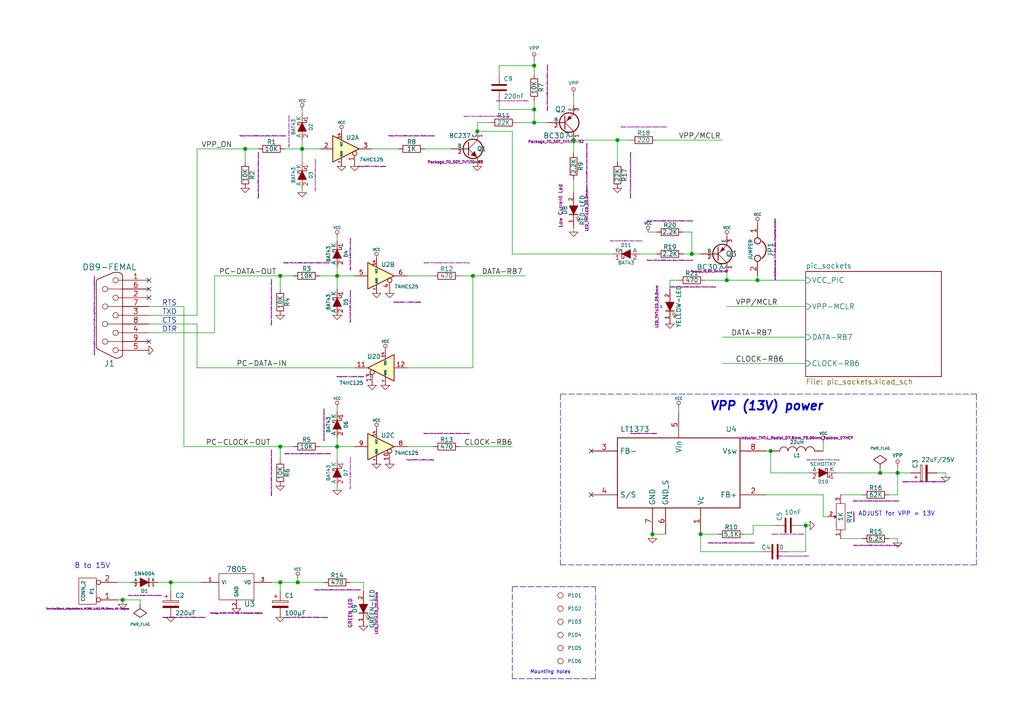
<source format=kicad_sch>
(kicad_sch (version 20211123) (generator eeschema)
  (paper "A4")
  (title_block (title "JDM - COM84 PIC Programmer with 13V DC/DC converter") (date "2022-07-16") (rev "2") (company "KiCad"))
  (lib_symbols
    (symbol "pic_programmer_schlib:74LS125" (pin_names (offset 0.254))
      (property "Reference" "U" (at 5.08 3.81 0))
      (property "Value" "74LS125" (at 7.62 -2.54 0))
      (symbol "74LS125_0_0"
        (pin power_in line (at -1.27 5.08 270) (length 2.54) (name "VCC") (number "14"))
        (pin power_in line (at -1.27 -5.08 90) (length 2.54) (name "GND") (number "7"))
      )
      (symbol "74LS125_1_0"
        (polyline (pts (xy -3.81 3.81) (xy -3.81 -3.81) (xy 3.81 0) (xy -3.81 3.81)) (stroke (width 0.254)) (fill (type background)))
        (pin input inverted (at 2.54 -5.08 90) (length 4.445) (name "~") (number "1"))
        (pin input line (at -7.62 0 0) (length 3.81) (name "~") (number "2"))
        (pin tri_state line (at 7.62 0 180) (length 3.81) (name "~") (number "3"))
      )
      (symbol "74LS125_2_0"
        (polyline (pts (xy -3.81 3.81) (xy -3.81 -3.81) (xy 3.81 0) (xy -3.81 3.81)) (stroke (width 0.254)) (fill (type background)))
        (pin input inverted (at 2.54 -5.08 90) (length 4.445) (name "~") (number "4"))
        (pin input line (at -7.62 0 0) (length 3.81) (name "~") (number "5"))
        (pin tri_state line (at 7.62 0 180) (length 3.81) (name "~") (number "6"))
      )
      (symbol "74LS125_3_0"
        (polyline (pts (xy -3.81 3.81) (xy -3.81 -3.81) (xy 3.81 0) (xy -3.81 3.81)) (stroke (width 0.254)) (fill (type background)))
        (pin input inverted (at 2.54 -5.08 90) (length 4.445) (name "~") (number "10"))
        (pin tri_state line (at 7.62 0 180) (length 3.81) (name "~") (number "8"))
        (pin input line (at -7.62 0 0) (length 3.81) (name "~") (number "9"))
      )
      (symbol "74LS125_4_0"
        (polyline (pts (xy -3.81 3.81) (xy -3.81 -3.81) (xy 3.81 0) (xy -3.81 3.81)) (stroke (width 0.254)) (fill (type background)))
        (pin tri_state line (at 7.62 0 180) (length 3.81) (name "~") (number "11"))
        (pin input line (at -7.62 0 0) (length 3.81) (name "~") (number "12"))
        (pin input inverted (at 2.54 -5.08 90) (length 4.445) (name "~") (number "13"))
      )
    )
    (symbol "pic_programmer_schlib:7805" (pin_names (offset 0.762))
      (property "Reference" "U" (at 3.81 -4.9784 0))
      (property "Value" "7805" (at 0 5.08 0))
      (symbol "7805_0_1"
        (rectangle (start -5.08 -3.81) (end 5.08 3.81))
      )
      (symbol "7805_1_1"
        (pin input line (at -10.16 1.27 0) (length 5.08) (name "VI") (number "1"))
        (pin input line (at 0 -6.35 90) (length 2.54) (name "GND") (number "2"))
        (pin power_out line (at 10.16 1.27 180) (length 5.08) (name "VO") (number "3"))
      )
    )
    (symbol "pic_programmer_schlib:BC237" (pin_names (offset 0))
      (property "Reference" "Q" (at 0 -3.81 0))
      (property "Value" "BC237" (at 0 3.81 0))
      (property "Footprint" "Package_TO_SOT_THT:TO-92" (at -2.54 -5.08 0))
      (symbol "BC237_0_1"
        (polyline (pts (xy 0 0) (xy 2.54 2.54)) (stroke (width 0.1524)))
        (polyline (pts (xy 0 1.905) (xy 0 -1.905) (xy 0 -1.905)) (stroke (width 0.254)))
        (polyline (pts (xy 1.27 -1.27) (xy 0 0) (xy 0 0)) (stroke (width 0.1524)))
        (polyline (pts (xy 2.286 -2.286) (xy 2.54 -2.54) (xy 2.54 -2.54)))
        (polyline (pts (xy 2.286 -2.286) (xy 1.778 -0.762) (xy 0.762 -1.778) (xy 2.286 -2.286) (xy 2.286 -2.286)) (fill (type outline)))
        (circle (center 1.27 0) (radius 2.8194) (stroke (width 0.3048)))
      )
      (symbol "BC237_1_1"
        (pin passive line (at 2.54 5.08 270) (length 2.54) (name "C") (number "1"))
        (pin input line (at -5.08 0 0) (length 5.08) (name "B") (number "2"))
        (pin passive line (at 2.54 -5.08 90) (length 2.54) (name "E") (number "3"))
      )
    )
    (symbol "pic_programmer_schlib:BC307" (pin_names (offset 0))
      (property "Reference" "Q" (at -1.27 -3.81 0))
      (property "Value" "BC307" (at 0 3.81 0))
      (property "Footprint" "Package_TO_SOT_THT:TO-92" (at -2.54 -5.08 0))
      (symbol "BC307_0_1"
        (polyline (pts (xy 0 0) (xy 2.54 2.54)) (stroke (width 0.1524)))
        (polyline (pts (xy 0 1.905) (xy 0 -1.905) (xy 0 -1.905)) (stroke (width 0.254)) (fill (type outline)))
        (polyline (pts (xy 0.635 -0.635) (xy 0 0) (xy 0 0)) (stroke (width 0.1524)))
        (polyline (pts (xy 2.54 -2.54) (xy 1.651 -1.651) (xy 1.651 -1.651)) (stroke (width 0.1524)))
        (polyline (pts (xy 0.635 -0.635) (xy 1.27 -1.905) (xy 1.905 -1.27) (xy 0.635 -0.635) (xy 0.635 -0.635)) (fill (type outline)))
        (circle (center 1.27 0) (radius 2.8194) (stroke (width 0.3048)))
      )
      (symbol "BC307_1_1"
        (pin passive line (at 2.54 5.08 270) (length 2.54) (name "C") (number "1"))
        (pin input line (at -5.08 0 0) (length 5.08) (name "B") (number "2"))
        (pin passive line (at 2.54 -5.08 90) (length 2.54) (name "E") (number "3"))
      )
    )
    (symbol "pic_programmer_schlib:C" (pin_numbers hide) (pin_names (offset 0.254))
      (property "Reference" "C" (at 0.635 2.54 0))
      (property "Value" "C" (at 0.635 -2.54 0))
      (symbol "C_0_1"
        (polyline (pts (xy -2.032 -0.762) (xy 2.032 -0.762)) (stroke (width 0.508)))
        (polyline (pts (xy -2.032 0.762) (xy 2.032 0.762)) (stroke (width 0.508)))
      )
      (symbol "C_1_1"
        (pin passive line (at 0 3.81 270) (length 2.794) (name "~") (number "1"))
        (pin passive line (at 0 -3.81 90) (length 2.794) (name "~") (number "2"))
      )
    )
    (symbol "pic_programmer_schlib:CONN_2" (pin_names (offset 1.016) hide)
      (property "Reference" "P" (at -1.27 0 90))
      (property "Value" "CONN_2" (at 1.27 0 90))
      (symbol "CONN_2_0_1"
        (rectangle (start -2.54 3.81) (end 2.54 -3.81))
      )
      (symbol "CONN_2_1_1"
        (pin passive inverted (at -8.89 2.54 0) (length 6.35) (name "P1") (number "1"))
        (pin passive inverted (at -8.89 -2.54 0) (length 6.35) (name "PM") (number "2"))
      )
    )
    (symbol "pic_programmer_schlib:CP" (pin_numbers hide) (pin_names (offset 0.254))
      (property "Reference" "C" (at 0.635 2.54 0))
      (property "Value" "CP" (at 0.635 -2.54 0))
      (symbol "CP_0_1"
        (rectangle (start -2.286 1.016) (end 2.286 0.508) (stroke (width 0.1524)))
        (rectangle (start -1.778 2.286) (end -0.762 2.286))
        (rectangle (start -1.27 1.778) (end -1.27 2.794))
        (rectangle (start 2.286 -0.508) (end -2.286 -1.016) (fill (type outline)))
      )
      (symbol "CP_1_1"
        (pin passive line (at 0 3.81 270) (length 2.794) (name "~") (number "1"))
        (pin passive line (at 0 -3.81 90) (length 2.794) (name "~") (number "2"))
      )
    )
    (symbol "pic_programmer_schlib:D" (pin_names (offset 0))
      (property "Reference" "D" (at 0 2.54 0))
      (property "Value" "D" (at 0 -2.54 0))
      (symbol "D_0_1"
        (polyline (pts (xy -1.27 1.27) (xy -1.27 -1.27)) (stroke (width 0.254)))
        (polyline (pts (xy -1.27 0) (xy 1.27 1.27) (xy 1.27 -1.27) (xy -1.27 0)) (stroke (width 0.1524)) (fill (type outline)))
      )
      (symbol "D_1_1"
        (pin passive line (at -3.81 0 0) (length 2.54) (name "K") (number "1"))
        (pin passive line (at 3.81 0 180) (length 2.54) (name "A") (number "2"))
      )
    )
    (symbol "pic_programmer_schlib:DB9" (pin_names (offset 1.016) hide)
      (property "Reference" "J" (at 0 13.97 0))
      (property "Value" "DB9" (at 0 -13.97 0))
      (symbol "DB9_0_1"
        (circle (center -1.778 -10.16) (radius 0.762))
        (circle (center -1.778 -5.08) (radius 0.762))
        (circle (center -1.778 0) (radius 0.762))
        (circle (center -1.778 5.08) (radius 0.762))
        (circle (center -1.778 10.16) (radius 0.762))
        (polyline (pts (xy -3.81 -11.684) (xy -3.81 11.684)) (stroke (width 0.2032)))
        (polyline (pts (xy -3.81 -11.6586) (xy -3.556 -11.938)) (stroke (width 0.2032)))
        (polyline (pts (xy -3.81 -10.16) (xy -2.54 -10.16)))
        (polyline (pts (xy -3.81 -7.62) (xy 0.508 -7.62)))
        (polyline (pts (xy -3.81 -5.08) (xy -2.54 -5.08)))
        (polyline (pts (xy -3.81 -2.54) (xy 0.508 -2.54)))
        (polyline (pts (xy -3.81 0) (xy -2.54 0)))
        (polyline (pts (xy -3.81 2.54) (xy 0.508 2.54)))
        (polyline (pts (xy -3.81 5.08) (xy -2.54 5.08)))
        (polyline (pts (xy -3.81 7.62) (xy 0.508 7.62)))
        (polyline (pts (xy -3.81 10.16) (xy -2.54 10.16)))
        (polyline (pts (xy -3.556 -11.938) (xy -2.794 -12.446)) (stroke (width 0.2032)))
        (polyline (pts (xy -3.556 11.938) (xy -3.81 11.684)) (stroke (width 0.2032)))
        (polyline (pts (xy -3.556 11.938) (xy -2.54 12.446)) (stroke (width 0.2032)))
        (polyline (pts (xy -2.794 -12.446) (xy -1.27 -12.446)) (stroke (width 0.2032)))
        (polyline (pts (xy -2.54 12.446) (xy -1.778 12.446)) (stroke (width 0.2032)))
        (polyline (pts (xy 3.2766 9.906) (xy -1.778 12.446)) (stroke (width 0.2032)))
        (polyline (pts (xy 3.2766 9.906) (xy 3.81 9.398)) (stroke (width 0.2032)))
        (polyline (pts (xy 3.556 -10.3886) (xy -1.27 -12.446)) (stroke (width 0.2032)))
        (polyline (pts (xy 3.81 -9.906) (xy 3.556 -10.3886)) (stroke (width 0.2032)))
        (polyline (pts (xy 3.81 9.398) (xy 3.81 -9.906)) (stroke (width 0.2032)))
        (circle (center 1.27 -7.62) (radius 0.762))
        (circle (center 1.27 -2.54) (radius 0.762))
        (circle (center 1.27 2.54) (radius 0.762))
        (circle (center 1.27 7.62) (radius 0.762))
      )
      (symbol "DB9_1_1"
        (pin passive line (at -11.43 -10.16 0) (length 7.62) (name "1") (number "1"))
        (pin passive line (at -11.43 -5.08 0) (length 7.62) (name "2") (number "2"))
        (pin passive line (at -11.43 0 0) (length 7.62) (name "3") (number "3"))
        (pin passive line (at -11.43 5.08 0) (length 7.62) (name "4") (number "4"))
        (pin passive line (at -11.43 10.16 0) (length 7.62) (name "5") (number "5"))
        (pin passive line (at -11.43 -7.62 0) (length 7.62) (name "P6") (number "6"))
        (pin passive line (at -11.43 -2.54 0) (length 7.62) (name "P7") (number "7"))
        (pin passive line (at -11.43 2.54 0) (length 7.62) (name "P8") (number "8"))
        (pin passive line (at -11.43 7.62 0) (length 7.62) (name "P9") (number "9"))
      )
    )
    (symbol "pic_programmer_schlib:D_Schottky" (pin_names (offset 0))
      (property "Reference" "D" (at 0 2.54 0))
      (property "Value" "D_Schottky" (at 0 -2.54 0))
      (symbol "D_Schottky_0_1"
        (polyline (pts (xy -1.27 0) (xy 1.27 1.27) (xy 1.27 -1.27) (xy -1.27 0)) (stroke (width 0.1524)) (fill (type outline)))
        (polyline (pts (xy -1.905 0.635) (xy -1.905 1.27) (xy -1.27 1.27) (xy -1.27 -1.27) (xy -0.635 -1.27) (xy -0.635 -0.635)) (stroke (width 0.2032)))
      )
      (symbol "D_Schottky_1_1"
        (pin passive line (at -3.81 0 0) (length 2.54) (name "K") (number "1"))
        (pin passive line (at 3.81 0 180) (length 2.54) (name "A") (number "2"))
      )
    )
    (symbol "pic_programmer_schlib:GND" (power) (pin_names (offset 0))
      (symbol "GND_0_1"
        (polyline (pts (xy -1.27 0) (xy 0 -1.27) (xy 1.27 0) (xy -1.27 0)))
      )
      (symbol "GND_1_1"
        (pin power_in line (at 0 0 90) (length 0) hide (name "GND") (number "1"))
      )
    )
    (symbol "pic_programmer_schlib:INDUCTOR" (pin_numbers hide) (pin_names (offset 1.016) hide)
      (property "Reference" "L" (at -1.27 0 90))
      (property "Value" "INDUCTOR" (at 2.54 0 90))
      (symbol "INDUCTOR_0_1"
        (arc (start 0.0254 -5.0546) (mid 1.245 -3.7973) (end 0.0254 -2.54) (stroke (width 0.2032)))
        (arc (start 0.0254 -2.5146) (mid 1.2704 -1.2319) (end 0.0254 0.0508) (stroke (width 0.2032)))
        (arc (start 0.0254 0.0254) (mid 1.2704 1.3081) (end 0.0254 2.5908) (stroke (width 0.2032)))
        (arc (start 0.0254 2.5654) (mid 1.1942 3.7719) (end 0.0254 4.9784) (stroke (width 0.2032)))
      )
      (symbol "INDUCTOR_1_1"
        (pin passive line (at 0 7.62 270) (length 2.54) (name "1") (number "1"))
        (pin passive line (at 0 -7.62 90) (length 2.54) (name "2") (number "2"))
      )
    )
    (symbol "pic_programmer_schlib:JUMPER" (pin_names (offset 0.762) hide)
      (property "Reference" "JP" (at 0 3.81 0))
      (property "Value" "JUMPER" (at 0 -2.032 0))
      (symbol "JUMPER_0_1"
        (circle (center -2.54 0) (radius 0.889) (stroke (width 0.254)))
        (arc (start 2.5146 1.27) (mid 0.0127 2.5097) (end -2.4892 1.27) (stroke (width 0.3048)))
        (circle (center 2.54 0) (radius 0.889) (stroke (width 0.254)))
        (pin passive line (at -7.62 0 0) (length 4.191) (name "1") (number "1"))
        (pin passive line (at 7.62 0 180) (length 4.191) (name "2") (number "2"))
      )
    )
    (symbol "pic_programmer_schlib:LED" (pin_names (offset 1.016) hide)
      (property "Reference" "D" (at 0 2.54 0))
      (property "Value" "LED" (at 0 -2.54 0))
      (symbol "LED_0_1"
        (polyline (pts (xy -1.27 1.27) (xy -1.27 -1.27)) (stroke (width 0.254)))
        (polyline (pts (xy -2.032 -0.635) (xy -3.175 -1.651) (xy -3.048 -1.016)))
        (polyline (pts (xy -1.651 -1.016) (xy -2.794 -2.032) (xy -2.667 -1.397)))
        (polyline (pts (xy -1.27 0) (xy 1.27 1.27) (xy 1.27 -1.27) (xy -1.27 0)) (stroke (width 0.1524)) (fill (type outline)))
      )
      (symbol "LED_1_1"
        (pin passive line (at -5.08 0 0) (length 3.81) (name "K") (number "1"))
        (pin passive line (at 5.08 0 180) (length 3.81) (name "A") (number "2"))
      )
    )
    (symbol "pic_programmer_schlib:LT1373" (pin_names (offset 0.762))
      (property "Reference" "U" (at 15.24 12.7 0))
      (property "Value" "LT1373" (at -12.7 12.7 0))
      (symbol "LT1373_0_1"
        (rectangle (start -17.78 -10.16) (end 17.78 10.16) (stroke (width 0.254)))
      )
      (symbol "LT1373_1_1"
        (pin input line (at 6.35 -17.78 90) (length 7.62) (name "Vc") (number "1"))
        (pin input line (at 25.4 -6.35 180) (length 7.62) (name "FB+") (number "2"))
        (pin passive line (at -25.4 6.35 0) (length 7.62) (name "FB-") (number "3"))
        (pin passive line (at -25.4 -6.35 0) (length 7.62) (name "S/S") (number "4"))
        (pin power_in line (at 0 17.78 270) (length 7.62) (name "Vin") (number "5"))
        (pin input line (at -3.81 -17.78 90) (length 7.62) (name "GND_S") (number "6"))
        (pin input line (at -7.62 -17.78 90) (length 7.62) (name "GND") (number "7"))
        (pin input line (at 25.4 6.35 180) (length 7.62) (name "Vsw") (number "8"))
      )
    )
    (symbol "pic_programmer_schlib:MOUNTING_HOLE" (pin_numbers hide) (pin_names (offset 0.762) hide)
      (property "Reference" "P" (at 2.032 0 0))
      (symbol "MOUNTING_HOLE_0_1"
        (circle (center 0 0) (radius 0.7874))
      )
    )
    (symbol "pic_programmer_schlib:POT" (pin_names (offset 1.016) hide)
      (property "Reference" "RV" (at 0 -2.54 0))
      (property "Value" "POT" (at 0 0 0))
      (symbol "POT_0_1"
        (rectangle (start -3.81 1.27) (end 3.81 -1.27))
        (polyline (pts (xy 0 1.27) (xy -0.508 1.778) (xy 0.508 1.778)) (fill (type outline)))
      )
      (symbol "POT_1_1"
        (pin passive line (at -6.35 0 0) (length 2.54) (name "1") (number "1"))
        (pin passive line (at 0 3.81 270) (length 2.032) (name "2") (number "2"))
        (pin passive line (at 6.35 0 180) (length 2.54) (name "3") (number "3"))
      )
    )
    (symbol "pic_programmer_schlib:PWR_FLAG" (power) (pin_numbers hide) (pin_names (offset 0) hide)
      (property "Value" "PWR_FLAG" (at 0 4.572 0))
      (symbol "PWR_FLAG_0_0"
        (pin power_out line (at 0 0 90) (length 0) (name "pwr") (number "1"))
      )
      (symbol "PWR_FLAG_0_1"
        (polyline (pts (xy 0 0) (xy 0 1.27) (xy -1.905 2.54) (xy 0 3.81) (xy 1.905 2.54) (xy 0 1.27)) (stroke (width 0.2032)))
      )
    )
    (symbol "pic_programmer_schlib:R" (pin_numbers hide) (pin_names (offset 0))
      (property "Reference" "R" (at 2.032 0 90))
      (property "Value" "R" (at 0 0 90))
      (symbol "R_0_1"
        (rectangle (start -1.016 -2.54) (end 1.016 2.54) (stroke (width 0.2032)))
      )
      (symbol "R_1_1"
        (pin passive line (at 0 3.81 270) (length 1.27) (name "~") (number "1"))
        (pin passive line (at 0 -3.81 90) (length 1.27) (name "~") (number "2"))
      )
    )
    (symbol "pic_programmer_schlib:VCC" (power) (pin_names (offset 0))
      (property "Value" "VCC" (at 0 2.54 0))
      (symbol "VCC_0_0"
        (pin power_in line (at 0 0 90) (length 0) hide (name "VCC") (number "1"))
      )
      (symbol "VCC_0_1"
        (polyline (pts (xy 0 0) (xy 0 0.762) (xy 0 0.762)))
        (circle (center 0 1.27) (radius 0.508))
      )
    )
    (symbol "pic_programmer_schlib:VPP" (pin_names (offset 0))
      (property "Value" "VPP" (at 0 3.81 0))
      (symbol "VPP_0_0"
        (pin power_in line (at 0 0 90) (length 0) hide (name "VPP") (number "1"))
      )
      (symbol "VPP_0_1"
        (polyline (pts (xy 0 1.524) (xy 0 0)))
        (circle (center 0 2.032) (radius 0.508))
      )
    )
  )
  (junction (at 81.28 80.01) (diameter 1.016))
  (junction (at 97.79 129.54) (diameter 1.016))
  (junction (at 179.07 40.64) (diameter 1.016))
  (junction (at 35.56 173.99) (diameter 1.016))
  (junction (at 255.27 137.16) (diameter 1.016))
  (junction (at 71.12 43.18) (diameter 1.016))
  (junction (at 260.35 137.16) (diameter 1.016))
  (junction (at 154.94 31.75) (diameter 1.016))
  (junction (at 87.63 43.18) (diameter 1.016))
  (junction (at 166.37 40.64) (diameter 1.016))
  (junction (at 203.2 154.94) (diameter 1.016))
  (junction (at 81.28 168.91) (diameter 1.016))
  (junction (at 86.36 168.91) (diameter 1.016))
  (junction (at 137.16 80.01) (diameter 1.016))
  (junction (at 223.52 130.81) (diameter 1.016))
  (junction (at 49.53 168.91) (diameter 1.016))
  (junction (at 97.79 80.01) (diameter 1.016))
  (junction (at 138.43 38.1) (diameter 1.016))
  (junction (at 154.94 35.56) (diameter 1.016))
  (junction (at 81.28 129.54) (diameter 1.016))
  (junction (at 219.71 81.28) (diameter 1.016))
  (junction (at 189.23 154.94) (diameter 1.016))
  (junction (at 200.66 73.66) (diameter 1.016))
  (junction (at 210.82 81.28) (diameter 1.016))
  (junction (at 233.68 152.4) (diameter 1.016))
  (junction (at 154.94 19.05) (diameter 1.016))
  (no_connect (at 171.45 130.81))
  (no_connect (at 43.18 81.28))
  (no_connect (at 43.18 86.36))
  (no_connect (at 43.18 99.06))
  (no_connect (at 43.18 83.82))
  (no_connect (at 171.45 143.51))
  (wire (pts (xy 87.63 43.18) (xy 87.63 46.99)))
  (wire (pts (xy 97.79 129.54) (xy 102.87 129.54)))
  (wire (pts (xy 102.87 106.68) (xy 57.15 106.68)))
  (wire (pts (xy 250.19 156.21) (xy 243.84 156.21)))
  (wire (pts (xy 105.41 168.91) (xy 101.6 168.91)))
  (wire (pts (xy 57.15 106.68) (xy 57.15 93.98)))
  (wire (pts (xy 250.19 143.51) (xy 243.84 143.51)))
  (wire (pts (xy 38.1 168.91) (xy 34.29 168.91)))
  (wire (pts (xy 234.95 137.16) (xy 223.52 137.16)))
  (polyline (pts (xy 172.72 170.18) (xy 172.72 196.85)) (stroke (width 0) (type dash)))
  (wire (pts (xy 166.37 66.04) (xy 166.37 67.31)))
  (wire (pts (xy 133.35 80.01) (xy 137.16 80.01)))
  (wire (pts (xy 260.35 137.16) (xy 260.35 143.51)))
  (wire (pts (xy 208.28 154.94) (xy 203.2 154.94)))
  (wire (pts (xy 138.43 35.56) (xy 142.24 35.56)))
  (wire (pts (xy 255.27 137.16) (xy 260.35 137.16)))
  (wire (pts (xy 260.35 156.21) (xy 260.35 157.48)))
  (wire (pts (xy 200.66 73.66) (xy 200.66 67.31)))
  (wire (pts (xy 92.71 129.54) (xy 97.79 129.54)))
  (wire (pts (xy 200.66 67.31) (xy 198.12 67.31)))
  (wire (pts (xy 130.81 43.18) (xy 123.19 43.18)))
  (wire (pts (xy 97.79 68.58) (xy 97.79 69.85)))
  (wire (pts (xy 86.36 168.91) (xy 86.36 167.64)))
  (wire (pts (xy 35.56 173.99) (xy 40.64 173.99)))
  (wire (pts (xy 274.32 137.16) (xy 274.32 138.43)))
  (wire (pts (xy 179.07 46.99) (xy 179.07 40.64)))
  (wire (pts (xy 232.41 152.4) (xy 233.68 152.4)))
  (wire (pts (xy 271.78 137.16) (xy 274.32 137.16)))
  (wire (pts (xy 189.23 154.94) (xy 193.04 154.94)))
  (wire (pts (xy 198.12 73.66) (xy 200.66 73.66)))
  (wire (pts (xy 43.18 93.98) (xy 57.15 93.98)))
  (wire (pts (xy 138.43 35.56) (xy 138.43 38.1)))
  (wire (pts (xy 144.78 19.05) (xy 154.94 19.05)))
  (wire (pts (xy 57.15 91.44) (xy 43.18 91.44)))
  (polyline (pts (xy 148.59 170.18) (xy 172.72 170.18)) (stroke (width 0) (type dash)))
  (wire (pts (xy 233.68 152.4) (xy 234.95 152.4)))
  (polyline (pts (xy 162.56 114.3) (xy 162.56 163.83)) (stroke (width 0) (type dash)))
  (wire (pts (xy 81.28 80.01) (xy 85.09 80.01)))
  (wire (pts (xy 138.43 38.1) (xy 148.59 38.1)))
  (wire (pts (xy 148.59 73.66) (xy 177.8 73.66)))
  (wire (pts (xy 35.56 175.26) (xy 35.56 173.99)))
  (wire (pts (xy 137.16 80.01) (xy 152.4 80.01)))
  (wire (pts (xy 81.28 168.91) (xy 86.36 168.91)))
  (wire (pts (xy 238.76 149.86) (xy 238.76 143.51)))
  (polyline (pts (xy 283.21 114.3) (xy 162.56 114.3)) (stroke (width 0) (type dash)))
  (wire (pts (xy 118.11 80.01) (xy 125.73 80.01)))
  (wire (pts (xy 204.47 81.28) (xy 210.82 81.28)))
  (wire (pts (xy 49.53 171.45) (xy 49.53 168.91)))
  (wire (pts (xy 210.82 81.28) (xy 210.82 78.74)))
  (wire (pts (xy 53.34 129.54) (xy 81.28 129.54)))
  (wire (pts (xy 78.74 168.91) (xy 81.28 168.91)))
  (polyline (pts (xy 172.72 196.85) (xy 148.59 196.85)) (stroke (width 0) (type dash)))
  (wire (pts (xy 190.5 40.64) (xy 209.55 40.64)))
  (wire (pts (xy 154.94 29.21) (xy 154.94 31.75)))
  (wire (pts (xy 148.59 38.1) (xy 148.59 73.66)))
  (wire (pts (xy 210.82 81.28) (xy 219.71 81.28)))
  (wire (pts (xy 87.63 54.61) (xy 87.63 55.88)))
  (wire (pts (xy 187.96 67.31) (xy 190.5 67.31)))
  (wire (pts (xy 240.03 149.86) (xy 238.76 149.86)))
  (wire (pts (xy 194.31 83.82) (xy 194.31 81.28)))
  (wire (pts (xy 189.23 156.21) (xy 189.23 154.94)))
  (wire (pts (xy 115.57 43.18) (xy 107.95 43.18)))
  (wire (pts (xy 238.76 128.27) (xy 238.76 130.81)))
  (wire (pts (xy 34.29 173.99) (xy 35.56 173.99)))
  (wire (pts (xy 228.6 160.02) (xy 233.68 160.02)))
  (wire (pts (xy 71.12 43.18) (xy 74.93 43.18)))
  (wire (pts (xy 260.35 137.16) (xy 264.16 137.16)))
  (wire (pts (xy 203.2 160.02) (xy 220.98 160.02)))
  (wire (pts (xy 166.37 30.48) (xy 166.37 27.94)))
  (wire (pts (xy 86.36 168.91) (xy 93.98 168.91)))
  (wire (pts (xy 219.71 81.28) (xy 233.68 81.28)))
  (wire (pts (xy 97.79 77.47) (xy 97.79 80.01)))
  (wire (pts (xy 57.15 43.18) (xy 71.12 43.18)))
  (wire (pts (xy 260.35 156.21) (xy 257.81 156.21)))
  (polyline (pts (xy 162.56 163.83) (xy 283.21 163.83)) (stroke (width 0) (type dash)))
  (wire (pts (xy 233.68 160.02) (xy 233.68 152.4)))
  (wire (pts (xy 62.23 96.52) (xy 62.23 80.01)))
  (wire (pts (xy 53.34 88.9) (xy 43.18 88.9)))
  (wire (pts (xy 62.23 96.52) (xy 43.18 96.52)))
  (wire (pts (xy 210.82 88.9) (xy 233.68 88.9)))
  (wire (pts (xy 154.94 31.75) (xy 154.94 35.56)))
  (wire (pts (xy 149.86 35.56) (xy 154.94 35.56)))
  (wire (pts (xy 87.63 33.02) (xy 87.63 31.75)))
  (wire (pts (xy 137.16 106.68) (xy 137.16 80.01)))
  (wire (pts (xy 218.44 152.4) (xy 218.44 154.94)))
  (wire (pts (xy 144.78 19.05) (xy 144.78 21.59)))
  (wire (pts (xy 57.15 43.18) (xy 57.15 91.44)))
  (wire (pts (xy 200.66 73.66) (xy 203.2 73.66)))
  (wire (pts (xy 144.78 31.75) (xy 154.94 31.75)))
  (wire (pts (xy 45.72 168.91) (xy 49.53 168.91)))
  (wire (pts (xy 219.71 81.28) (xy 219.71 80.01)))
  (wire (pts (xy 223.52 137.16) (xy 223.52 130.81)))
  (wire (pts (xy 81.28 129.54) (xy 85.09 129.54)))
  (wire (pts (xy 148.59 129.54) (xy 133.35 129.54)))
  (wire (pts (xy 97.79 80.01) (xy 97.79 83.82)))
  (wire (pts (xy 97.79 80.01) (xy 102.87 80.01)))
  (wire (pts (xy 154.94 17.78) (xy 154.94 19.05)))
  (wire (pts (xy 166.37 40.64) (xy 179.07 40.64)))
  (wire (pts (xy 203.2 154.94) (xy 203.2 160.02)))
  (wire (pts (xy 87.63 43.18) (xy 92.71 43.18)))
  (wire (pts (xy 260.35 143.51) (xy 257.81 143.51)))
  (wire (pts (xy 194.31 81.28) (xy 196.85 81.28)))
  (wire (pts (xy 166.37 40.64) (xy 166.37 44.45)))
  (wire (pts (xy 179.07 40.64) (xy 182.88 40.64)))
  (polyline (pts (xy 283.21 114.3) (xy 283.21 163.83)) (stroke (width 0) (type dash)))
  (wire (pts (xy 105.41 171.45) (xy 105.41 168.91)))
  (wire (pts (xy 81.28 133.35) (xy 81.28 129.54)))
  (wire (pts (xy 260.35 135.89) (xy 260.35 137.16)))
  (wire (pts (xy 53.34 129.54) (xy 53.34 88.9)))
  (wire (pts (xy 81.28 83.82) (xy 81.28 80.01)))
  (wire (pts (xy 154.94 35.56) (xy 158.75 35.56)))
  (wire (pts (xy 62.23 80.01) (xy 81.28 80.01)))
  (wire (pts (xy 87.63 40.64) (xy 87.63 43.18)))
  (wire (pts (xy 190.5 73.66) (xy 185.42 73.66)))
  (wire (pts (xy 81.28 168.91) (xy 81.28 171.45)))
  (wire (pts (xy 224.79 152.4) (xy 218.44 152.4)))
  (wire (pts (xy 255.27 135.89) (xy 255.27 137.16)))
  (wire (pts (xy 97.79 142.24) (xy 97.79 140.97)))
  (wire (pts (xy 233.68 97.79) (xy 209.55 97.79)))
  (wire (pts (xy 144.78 29.21) (xy 144.78 31.75)))
  (wire (pts (xy 118.11 106.68) (xy 137.16 106.68)))
  (wire (pts (xy 92.71 80.01) (xy 97.79 80.01)))
  (wire (pts (xy 82.55 43.18) (xy 87.63 43.18)))
  (wire (pts (xy 218.44 154.94) (xy 215.9 154.94)))
  (wire (pts (xy 166.37 52.07) (xy 166.37 55.88)))
  (wire (pts (xy 40.64 173.99) (xy 40.64 175.26)))
  (wire (pts (xy 125.73 129.54) (xy 118.11 129.54)))
  (wire (pts (xy 97.79 119.38) (xy 97.79 118.11)))
  (wire (pts (xy 97.79 129.54) (xy 97.79 133.35)))
  (wire (pts (xy 97.79 127) (xy 97.79 129.54)))
  (wire (pts (xy 196.85 119.38) (xy 196.85 118.11)))
  (wire (pts (xy 233.68 105.41) (xy 209.55 105.41)))
  (wire (pts (xy 242.57 137.16) (xy 255.27 137.16)))
  (wire (pts (xy 154.94 19.05) (xy 154.94 21.59)))
  (wire (pts (xy 223.52 130.81) (xy 222.25 130.81)))
  (wire (pts (xy 49.53 168.91) (xy 58.42 168.91)))
  (polyline (pts (xy 148.59 196.85) (xy 148.59 170.18)) (stroke (width 0) (type dash)))
  (wire (pts (xy 71.12 46.99) (xy 71.12 43.18)))
  (wire (pts (xy 238.76 143.51) (xy 222.25 143.51)))
  (text "ADJUST for VPP = 13V" (at 248.92 149.86 0) (effects (font (size 1.27 1.27)) (justify left bottom)))
  (text "8 to 15V" (at 21.59 165.1 0) (effects (font (size 1.524 1.524)) (justify left bottom)))
  (text "VPP (13V) power" (at 205.74 119.38 0) (effects (font (size 2.54 2.54) (thickness 0.508) bold italic) (justify left bottom)))
  (text "RTS" (at 46.99 88.9 0) (effects (font (size 1.524 1.524)) (justify left bottom)))
  (text "TXD" (at 46.99 91.44 0) (effects (font (size 1.524 1.524)) (justify left bottom)))
  (text "CTS" (at 46.99 93.98 0) (effects (font (size 1.524 1.524)) (justify left bottom)))
  (text "DTR" (at 46.99 96.52 0) (effects (font (size 1.524 1.524)) (justify left bottom)))
  (text "Mounting holes" (at 153.67 195.58 0) (effects (font (size 1.016 1.016) italic) (justify left bottom)))
  (label "DATA-RB7" (at 139.7 80.01 0) (effects (font (size 1.524 1.524))))
  (label "CLOCK-RB6" (at 134.62 129.54 0) (effects (font (size 1.524 1.524))))
  (label "PC-DATA-IN" (at 68.58 106.68 0) (effects (font (size 1.524 1.524))))
  (label "CLOCK-RB6" (at 213.36 105.41 0) (effects (font (size 1.524 1.524))))
  (label "PC-DATA-OUT" (at 63.5 80.01 0) (effects (font (size 1.524 1.524))))
  (label "VPP/MCLR" (at 196.85 40.64 0) (effects (font (size 1.524 1.524))))
  (label "VPP_ON" (at 58.42 43.18 0) (effects (font (size 1.524 1.524))))
  (label "PC-CLOCK-OUT" (at 59.69 129.54 0) (effects (font (size 1.524 1.524))))
  (label "VPP/MCLR" (at 213.36 88.9 0) (effects (font (size 1.524 1.524))))
  (label "DATA-RB7" (at 212.09 97.79 0) (effects (font (size 1.524 1.524))))
  (symbol (lib_id "pic_programmer_schlib:DB9") (at 31.75 91.44 180) (unit 1)
    (property "Reference" "J1" (at 31.75 105.41 0) (effects (font (size 1.778 1.778))))
    (property "Value" "DB9-FEMAL" (at 31.75 77.47 0) (effects (font (size 1.778 1.778))))
    (property "Footprint" "Connector_Dsub:DSUB-9_Female_Horizontal_P2.77x2.84mm_EdgePinOffset7.70mm_Housed_MountingHolesOffset9.12mm" (at 27.3812 91.5416 90) (effects (font (size 0.254 0.254))))
  )
  (symbol (lib_id "pic_programmer_schlib:74LS125") (at 100.33 43.18 0) (unit 1)
    (property "Reference" "U2" (at 100.33 40.64 0) (effects (justify left bottom)))
    (property "Value" "74HC125" (at 104.14 45.72 0) (effects (font (size 1.016 1.016)) (justify left top)))
    (property "Footprint" "Package_DIP:DIP-14_W7.62mm_LongPads" (at 107.95 48.26 0) (effects (font (size 0.254 0.254))))
  )
  (symbol (lib_id "pic_programmer_schlib:R") (at 78.74 43.18 90) (unit 1)
    (property "Reference" "R1" (at 78.74 41.148 90))
    (property "Value" "10K" (at 78.74 43.18 90))
    (property "Footprint" "Resistor_THT:R_Axial_DIN0207_L6.3mm_D2.5mm_P10.16mm_Horizontal" (at 76.2 39.37 90) (effects (font (size 0.254 0.254))))
  )
  (symbol (lib_id "pic_programmer_schlib:R") (at 71.12 50.8 0) (unit 1)
    (property "Reference" "R2" (at 73.152 50.8 90))
    (property "Value" "10K" (at 71.12 50.8 90))
    (property "Footprint" "Resistor_THT:R_Axial_DIN0207_L6.3mm_D2.5mm_P10.16mm_Horizontal" (at 74.93 50.8 90) (effects (font (size 0.254 0.254))))
  )
  (symbol (lib_id "pic_programmer_schlib:D_Schottky") (at 87.63 36.83 270) (unit 1)
    (property "Reference" "D2" (at 90.17 36.83 0) (effects (font (size 1.016 1.016))))
    (property "Value" "BAT43" (at 85.09 36.83 0) (effects (font (size 1.016 1.016))))
    (property "Footprint" "Diode_THT:D_DO-35_SOD27_P7.62mm_Horizontal" (at 83.82 38.1 0) (effects (font (size 0.254 0.254))))
  )
  (symbol (lib_id "pic_programmer_schlib:D_Schottky") (at 87.63 50.8 270) (unit 1)
    (property "Reference" "D3" (at 90.17 50.8 0) (effects (font (size 1.016 1.016))))
    (property "Value" "BAT43" (at 85.09 50.8 0) (effects (font (size 1.016 1.016))))
    (property "Footprint" "Diode_THT:D_DO-35_SOD27_P7.62mm_Horizontal" (at 91.44 50.8 0) (effects (font (size 0.254 0.254))))
  )
  (symbol (lib_id "pic_programmer_schlib:GND") (at 102.87 48.26 0) (unit 1)
    (property "Reference" "#PWR035" (effects hide))
    (property "Value" "GND" (effects hide))
  )
  (symbol (lib_id "pic_programmer_schlib:GND") (at 87.63 55.88 0) (unit 1)
    (property "Reference" "#PWR034" (effects hide))
    (property "Value" "GND" (effects hide))
  )
  (symbol (lib_id "pic_programmer_schlib:VCC") (at 87.63 31.75 0) (unit 1)
    (property "Reference" "#PWR033" (effects hide))
    (property "Value" "VCC" (at 87.63 29.21 0) (effects (font (size 0.762 0.762))))
  )
  (symbol (lib_id "pic_programmer_schlib:74LS125") (at 110.49 80.01 0) (unit 2)
    (property "Reference" "U2" (at 110.49 77.47 0) (effects (justify left bottom)))
    (property "Value" "74HC125" (at 114.3 82.55 0) (effects (font (size 1.016 1.016)) (justify left top)))
    (property "Footprint" "Package_DIP:DIP-14_W7.62mm_LongPads" (at 118.11 87.63 0) (effects (font (size 0.254 0.254))))
  )
  (symbol (lib_id "pic_programmer_schlib:R") (at 88.9 80.01 90) (unit 1)
    (property "Reference" "R3" (at 88.9 77.978 90))
    (property "Value" "10K" (at 88.9 80.01 90))
    (property "Footprint" "Resistor_THT:R_Axial_DIN0207_L6.3mm_D2.5mm_P10.16mm_Horizontal" (at 88.9 76.2 90) (effects (font (size 0.254 0.254))))
  )
  (symbol (lib_id "pic_programmer_schlib:R") (at 81.28 87.63 0) (unit 1)
    (property "Reference" "R4" (at 83.312 87.63 90))
    (property "Value" "10K" (at 81.28 87.63 90))
    (property "Footprint" "Resistor_THT:R_Axial_DIN0207_L6.3mm_D2.5mm_P10.16mm_Horizontal" (at 78.74 87.63 90) (effects (font (size 0.254 0.254))))
  )
  (symbol (lib_id "pic_programmer_schlib:D_Schottky") (at 97.79 73.66 270) (unit 1)
    (property "Reference" "D4" (at 100.33 73.66 0) (effects (font (size 1.016 1.016))))
    (property "Value" "BAT43" (at 95.25 73.66 0) (effects (font (size 1.016 1.016))))
    (property "Footprint" "Diode_THT:D_DO-35_SOD27_P7.62mm_Horizontal" (at 101.6 73.66 0) (effects (font (size 0.254 0.254))))
  )
  (symbol (lib_id "pic_programmer_schlib:D_Schottky") (at 97.79 87.63 270) (unit 1)
    (property "Reference" "D5" (at 100.33 87.63 0) (effects (font (size 1.016 1.016))))
    (property "Value" "BAT43" (at 95.25 87.63 0) (effects (font (size 1.016 1.016))))
    (property "Footprint" "Diode_THT:D_DO-35_SOD27_P7.62mm_Horizontal" (at 101.6 88.9 0) (effects (font (size 0.254 0.254))))
  )
  (symbol (lib_id "pic_programmer_schlib:GND") (at 113.03 85.09 0) (unit 1)
    (property "Reference" "#PWR032" (effects hide))
    (property "Value" "GND" (effects hide))
  )
  (symbol (lib_id "pic_programmer_schlib:GND") (at 97.79 91.44 0) (unit 1)
    (property "Reference" "#PWR031" (effects hide))
    (property "Value" "GND" (effects hide))
  )
  (symbol (lib_id "pic_programmer_schlib:VCC") (at 97.79 68.58 0) (unit 1)
    (property "Reference" "#PWR030" (effects hide))
    (property "Value" "VCC" (at 97.79 66.04 0) (effects (font (size 0.762 0.762))))
  )
  (symbol (lib_id "pic_programmer_schlib:74LS125") (at 110.49 129.54 0) (unit 3)
    (property "Reference" "U2" (at 110.49 127 0) (effects (justify left bottom)))
    (property "Value" "74HC125" (at 114.3 130.81 0) (effects (font (size 1.016 1.016)) (justify left top)))
    (property "Footprint" "Package_DIP:DIP-14_W7.62mm_LongPads" (at 121.92 133.35 0) (effects (font (size 0.254 0.254))))
  )
  (symbol (lib_id "pic_programmer_schlib:R") (at 88.9 129.54 90) (unit 1)
    (property "Reference" "R5" (at 88.9 127.508 90))
    (property "Value" "10K" (at 88.9 129.54 90))
    (property "Footprint" "Resistor_THT:R_Axial_DIN0207_L6.3mm_D2.5mm_P10.16mm_Horizontal" (at 89.2048 131.572 90) (effects (font (size 0.254 0.254))))
  )
  (symbol (lib_id "pic_programmer_schlib:R") (at 81.28 137.16 0) (unit 1)
    (property "Reference" "R6" (at 83.312 137.16 90))
    (property "Value" "10K" (at 81.28 137.16 90))
    (property "Footprint" "Resistor_THT:R_Axial_DIN0207_L6.3mm_D2.5mm_P10.16mm_Horizontal" (at 78.74 137.16 90) (effects (font (size 0.254 0.254))))
  )
  (symbol (lib_id "pic_programmer_schlib:D_Schottky") (at 97.79 123.19 270) (unit 1)
    (property "Reference" "D6" (at 100.33 123.19 0) (effects (font (size 1.016 1.016))))
    (property "Value" "BAT43" (at 95.25 123.19 0) (effects (font (size 1.016 1.016))))
    (property "Footprint" "Diode_THT:D_DO-35_SOD27_P7.62mm_Horizontal" (at 93.98 123.19 0) (effects (font (size 0.254 0.254))))
  )
  (symbol (lib_id "pic_programmer_schlib:D_Schottky") (at 97.79 137.16 270) (unit 1)
    (property "Reference" "D7" (at 100.33 137.16 0) (effects (font (size 1.016 1.016))))
    (property "Value" "BAT43" (at 95.25 137.16 0) (effects (font (size 1.016 1.016))))
    (property "Footprint" "Diode_THT:D_DO-35_SOD27_P7.62mm_Horizontal" (at 101.6 137.16 0) (effects (font (size 0.254 0.254))))
  )
  (symbol (lib_id "pic_programmer_schlib:GND") (at 113.03 134.62 0) (unit 1)
    (property "Reference" "#PWR029" (effects hide))
    (property "Value" "GND" (effects hide))
  )
  (symbol (lib_id "pic_programmer_schlib:GND") (at 97.79 142.24 0) (unit 1)
    (property "Reference" "#PWR028" (effects hide))
    (property "Value" "GND" (effects hide))
  )
  (symbol (lib_id "pic_programmer_schlib:VCC") (at 97.79 118.11 0) (unit 1)
    (property "Reference" "#PWR027" (effects hide))
    (property "Value" "VCC" (at 97.79 115.57 0) (effects (font (size 0.762 0.762))))
  )
  (symbol (lib_id "pic_programmer_schlib:74LS125") (at 110.49 106.68 0) (mirror y) (unit 4)
    (property "Reference" "U2" (at 110.49 104.14 0) (effects (justify left bottom)))
    (property "Value" "74HC125" (at 105.41 110.49 0) (effects (font (size 1.016 1.016)) (justify left top)))
    (property "Footprint" "Package_DIP:DIP-14_W7.62mm_LongPads" (at 101.6 109.22 0) (effects (font (size 0.254 0.254))))
  )
  (symbol (lib_id "pic_programmer_schlib:GND") (at 107.95 111.76 0) (unit 1)
    (property "Reference" "#PWR026" (effects hide))
    (property "Value" "GND" (effects hide))
  )
  (symbol (lib_id "pic_programmer_schlib:R") (at 129.54 80.01 90) (unit 1)
    (property "Reference" "R12" (at 129.54 77.978 90))
    (property "Value" "470" (at 129.54 80.01 90))
    (property "Footprint" "Resistor_THT:R_Axial_DIN0207_L6.3mm_D2.5mm_P10.16mm_Horizontal" (at 129.54 76.2 90) (effects (font (size 0.254 0.254))))
  )
  (symbol (lib_id "pic_programmer_schlib:R") (at 129.54 129.54 90) (unit 1)
    (property "Reference" "R13" (at 129.54 127.508 90))
    (property "Value" "470" (at 129.54 129.54 90))
    (property "Footprint" "Resistor_THT:R_Axial_DIN0207_L6.3mm_D2.5mm_P10.16mm_Horizontal" (at 129.54 125.73 90) (effects (font (size 0.254 0.254))))
  )
  (symbol (lib_id "pic_programmer_schlib:R") (at 119.38 43.18 90) (unit 1)
    (property "Reference" "R8" (at 119.38 41.148 90))
    (property "Value" "1K" (at 119.38 43.18 90))
    (property "Footprint" "Resistor_THT:R_Axial_DIN0207_L6.3mm_D2.5mm_P10.16mm_Horizontal" (at 119.38 39.37 90) (effects (font (size 0.254 0.254))))
  )
  (symbol (lib_id "pic_programmer_schlib:GND") (at 81.28 91.44 0) (unit 1)
    (property "Reference" "#PWR025" (effects hide))
    (property "Value" "GND" (effects hide))
  )
  (symbol (lib_id "pic_programmer_schlib:GND") (at 81.28 140.97 0) (unit 1)
    (property "Reference" "#PWR024" (effects hide))
    (property "Value" "GND" (effects hide))
  )
  (symbol (lib_id "pic_programmer_schlib:GND") (at 71.12 54.61 0) (unit 1)
    (property "Reference" "#PWR023" (effects hide))
    (property "Value" "GND" (effects hide))
  )
  (symbol (lib_id "pic_programmer_schlib:GND") (at 43.18 101.6 90) (unit 1)
    (property "Reference" "#PWR022" (effects hide))
    (property "Value" "GND" (effects hide))
  )
  (symbol (lib_id "pic_programmer_schlib:BC237") (at 135.89 43.18 0) (unit 1)
    (property "Reference" "Q1" (at 139.7 43.18 0))
    (property "Value" "BC237" (at 133.4008 39.37 0))
    (property "Footprint" "Package_TO_SOT_THT:TO-92" (at 132.08 46.99 0) (effects (font (size 0.762 0.762))))
  )
  (symbol (lib_id "pic_programmer_schlib:GND") (at 138.43 48.26 0) (unit 1)
    (property "Reference" "#PWR021" (effects hide))
    (property "Value" "GND" (effects hide))
  )
  (symbol (lib_id "pic_programmer_schlib:R") (at 146.05 35.56 90) (unit 1)
    (property "Reference" "R11" (at 146.05 33.528 90))
    (property "Value" "22K" (at 146.05 35.56 90))
    (property "Footprint" "Resistor_THT:R_Axial_DIN0207_L6.3mm_D2.5mm_P10.16mm_Horizontal" (at 141.1986 33.7566 90) (effects (font (size 0.254 0.254))))
  )
  (symbol (lib_id "pic_programmer_schlib:R") (at 154.94 25.4 0) (unit 1)
    (property "Reference" "R7" (at 156.972 25.4 90))
    (property "Value" "10K" (at 154.94 25.4 90))
    (property "Footprint" "Resistor_THT:R_Axial_DIN0207_L6.3mm_D2.5mm_P10.16mm_Horizontal" (at 158.75 25.4 90) (effects (font (size 0.254 0.254))))
  )
  (symbol (lib_id "pic_programmer_schlib:BC307") (at 163.83 35.56 0) (mirror x) (unit 1)
    (property "Reference" "Q2" (at 162.56 31.75 0) (effects (font (size 1.524 1.524))))
    (property "Value" "BC307" (at 161.3916 39.37 0) (effects (font (size 1.524 1.524))))
    (property "Footprint" "Package_TO_SOT_THT:TO-92" (at 161.2392 41.0718 0) (effects (font (size 0.762 0.762))))
  )
  (symbol (lib_id "pic_programmer_schlib:VPP") (at 154.94 17.78 0) (unit 1)
    (property "Reference" "#PWR122" (effects hide))
    (property "Value" "VPP" (at 154.94 13.97 0) (effects (font (size 1.016 1.016))))
  )
  (symbol (lib_id "pic_programmer_schlib:VPP") (at 166.37 27.94 0) (unit 1)
    (property "Reference" "#PWR123" (effects hide))
    (property "Value" "VPP" (at 166.37 24.13 0) (effects (font (size 1.016 1.016))))
  )
  (symbol (lib_id "pic_programmer_schlib:R") (at 166.37 48.26 0) (unit 1)
    (property "Reference" "R9" (at 168.402 48.26 90))
    (property "Value" "2.2K" (at 166.37 48.26 90))
    (property "Footprint" "Resistor_THT:R_Axial_DIN0207_L6.3mm_D2.5mm_P10.16mm_Horizontal" (at 170.18 48.26 90) (effects (font (size 0.254 0.254))))
  )
  (symbol (lib_id "pic_programmer_schlib:LED") (at 166.37 60.96 90) (unit 1)
    (property "Reference" "D8" (at 163.83 60.96 0))
    (property "Value" "RED-LED" (at 168.91 60.96 0))
    (property "Footprint" "LED_THT:LED_D5.0mm" (at 170.18 60.96 0) (effects (font (size 0.762 0.762))))
    (property "Champ4" "Low Current Led" (at 162.56 59.69 0) (effects (font (size 1.016 1.016))))
  )
  (symbol (lib_id "pic_programmer_schlib:CONN_2") (at 25.4 171.45 180) (unit 1)
    (property "Reference" "P1" (at 26.67 171.45 90) (effects (font (size 1.016 1.016))))
    (property "Value" "CONN_2" (at 24.13 171.45 90) (effects (font (size 1.016 1.016))))
    (property "Footprint" "TerminalBlock_Altech:Altech_AK300_1x02_P5.00mm_45-Degree" (at 25.4 176.53 0) (effects (font (size 0.508 0.508))))
  )
  (symbol (lib_id "pic_programmer_schlib:D") (at 41.91 168.91 180) (unit 1)
    (property "Reference" "D1" (at 41.91 171.45 0) (effects (font (size 1.016 1.016))))
    (property "Value" "1N4004" (at 41.91 166.37 0) (effects (font (size 1.016 1.016))))
    (property "Footprint" "Diode_THT:D_DO-35_SOD27_P12.70mm_Horizontal" (at 42.0116 172.72 0) (effects (font (size 0.254 0.254))))
  )
  (symbol (lib_id "pic_programmer_schlib:GND") (at 35.56 175.26 0) (unit 1)
    (property "Reference" "#PWR020" (effects hide))
    (property "Value" "GND" (effects hide))
  )
  (symbol (lib_id "pic_programmer_schlib:CP") (at 49.53 175.26 0) (unit 1)
    (property "Reference" "C2" (at 50.8 172.72 0) (effects (justify left)))
    (property "Value" "220uF" (at 50.8 177.8 0) (effects (justify left)))
    (property "Footprint" "Capacitor_THT:CP_Axial_L18.0mm_D6.5mm_P25.00mm_Horizontal" (at 53.34 179.07 0) (effects (font (size 0.254 0.254))))
  )
  (symbol (lib_id "pic_programmer_schlib:GND") (at 49.53 179.07 0) (unit 1)
    (property "Reference" "#PWR019" (effects hide))
    (property "Value" "GND" (effects hide))
  )
  (symbol (lib_id "pic_programmer_schlib:GND") (at 68.58 176.53 0) (unit 1)
    (property "Reference" "#PWR018" (effects hide))
    (property "Value" "GND" (effects hide))
  )
  (symbol (lib_id "pic_programmer_schlib:CP") (at 81.28 175.26 0) (unit 1)
    (property "Reference" "C1" (at 82.55 172.72 0) (effects (justify left)))
    (property "Value" "100µF" (at 82.55 177.8 0) (effects (justify left)))
    (property "Footprint" "Capacitor_THT:CP_Axial_L18.0mm_D6.5mm_P25.00mm_Horizontal" (at 88.9 179.07 0) (effects (font (size 0.254 0.254))))
  )
  (symbol (lib_id "pic_programmer_schlib:GND") (at 81.28 179.07 0) (unit 1)
    (property "Reference" "#PWR017" (effects hide))
    (property "Value" "GND" (effects hide))
  )
  (symbol (lib_id "pic_programmer_schlib:R") (at 97.79 168.91 90) (unit 1)
    (property "Reference" "R14" (at 97.79 166.878 90))
    (property "Value" "470" (at 97.79 168.91 90))
    (property "Footprint" "Resistor_THT:R_Axial_DIN0207_L6.3mm_D2.5mm_P10.16mm_Horizontal" (at 97.917 171.069 90) (effects (font (size 0.254 0.254))))
  )
  (symbol (lib_id "pic_programmer_schlib:LED") (at 105.41 176.53 90) (unit 1)
    (property "Reference" "D9" (at 102.87 176.53 0))
    (property "Value" "GREEN-LED" (at 107.95 176.53 0))
    (property "Footprint" "LED_THT:LED_D5.0mm" (at 109.22 177.8 0) (effects (font (size 0.762 0.762))))
    (property "Champ4" "GREEN LED" (at 101.6 177.8 0) (effects (font (size 1.016 1.016))))
  )
  (symbol (lib_id "pic_programmer_schlib:GND") (at 105.41 181.61 0) (unit 1)
    (property "Reference" "#PWR016" (effects hide))
    (property "Value" "GND" (effects hide))
  )
  (symbol (lib_id "pic_programmer_schlib:VCC") (at 86.36 167.64 0) (unit 1)
    (property "Reference" "#PWR015" (effects hide))
    (property "Value" "VCC" (at 86.36 165.1 0) (effects (font (size 0.762 0.762))))
  )
  (symbol (lib_id "pic_programmer_schlib:R") (at 179.07 50.8 0) (unit 1)
    (property "Reference" "R17" (at 181.102 50.8 90))
    (property "Value" "22K" (at 179.07 50.8 90))
    (property "Footprint" "Resistor_THT:R_Axial_DIN0207_L6.3mm_D2.5mm_P10.16mm_Horizontal" (at 182.88 50.8 90) (effects (font (size 0.254 0.254))))
  )
  (symbol (lib_id "pic_programmer_schlib:GND") (at 179.07 54.61 0) (unit 1)
    (property "Reference" "#PWR014" (effects hide))
    (property "Value" "GND" (effects hide))
  )
  (symbol (lib_id "pic_programmer_schlib:INDUCTOR") (at 231.14 130.81 90) (unit 1)
    (property "Reference" "L1" (at 231.14 132.08 90) (effects (font (size 1.016 1.016))))
    (property "Value" "22uH" (at 231.14 128.27 90) (effects (font (size 1.016 1.016))))
    (property "Footprint" "Inductor_THT:L_Radial_D7.8mm_P5.00mm_Fastron_07HCP" (at 231.14 127 90) (effects (font (size 0.762 0.762))))
  )
  (symbol (lib_id "pic_programmer_schlib:VCC") (at 196.85 118.11 0) (unit 1)
    (property "Reference" "#PWR013" (effects hide))
    (property "Value" "VCC" (at 196.85 115.57 0) (effects (font (size 0.762 0.762))))
  )
  (symbol (lib_id "pic_programmer_schlib:GND") (at 189.23 156.21 0) (unit 1)
    (property "Reference" "#PWR012" (effects hide))
    (property "Value" "GND" (effects hide))
  )
  (symbol (lib_id "pic_programmer_schlib:VPP") (at 260.35 135.89 0) (unit 1)
    (property "Reference" "#PWR134" (effects hide))
    (property "Value" "VPP" (at 260.35 132.08 0) (effects (font (size 1.016 1.016))))
  )
  (symbol (lib_id "pic_programmer_schlib:CP") (at 267.97 137.16 90) (unit 1)
    (property "Reference" "C3" (at 265.43 135.89 0) (effects (justify left)))
    (property "Value" "22uF/25V" (at 276.86 133.35 90) (effects (justify left)))
    (property "Footprint" "Capacitors_THT:C_Axial_L12.0mm_D6.5mm_P20.00mm_Horizontal" (at 267.97 139.7 90) (effects (font (size 0.254 0.254))))
  )
  (symbol (lib_id "pic_programmer_schlib:GND") (at 274.32 138.43 0) (unit 1)
    (property "Reference" "#PWR011" (effects hide))
    (property "Value" "GND" (effects hide))
  )
  (symbol (lib_id "pic_programmer_schlib:VCC") (at 238.76 128.27 0) (unit 1)
    (property "Reference" "#PWR010" (effects hide))
    (property "Value" "VCC" (at 238.76 125.73 0) (effects (font (size 0.762 0.762))))
  )
  (symbol (lib_id "pic_programmer_schlib:PWR_FLAG") (at 255.27 135.89 0) (unit 1)
    (property "Reference" "#FLG09" (effects hide))
    (property "Value" "PWR_FLAG" (at 255.27 130.048 0) (effects (font (size 0.762 0.762))))
  )
  (symbol (lib_id "pic_programmer_schlib:C") (at 228.6 152.4 90) (unit 1)
    (property "Reference" "C5" (at 226.06 151.13 0) (effects (justify left)))
    (property "Value" "10nF" (at 232.41 148.59 90) (effects (justify left)))
    (property "Footprint" "Capacitor_THT:C_Disc_D5.1mm_W3.2mm_P5.00mm" (at 228.6 154.94 90) (effects (font (size 0.254 0.254))))
  )
  (symbol (lib_id "pic_programmer_schlib:GND") (at 234.95 152.4 90) (unit 1)
    (property "Reference" "#PWR08" (effects hide))
    (property "Value" "GND" (effects hide))
  )
  (symbol (lib_id "pic_programmer_schlib:R") (at 254 156.21 90) (unit 1)
    (property "Reference" "R15" (at 254 154.178 90))
    (property "Value" "6.2K" (at 254 156.21 90))
    (property "Footprint" "Resistor_THT:R_Axial_DIN0207_L6.3mm_D2.5mm_P10.16mm_Horizontal" (at 254.2286 158.1912 90) (effects (font (size 0.254 0.254))))
  )
  (symbol (lib_id "pic_programmer_schlib:R") (at 254 143.51 90) (unit 1)
    (property "Reference" "R16" (at 254 141.478 90))
    (property "Value" "62K" (at 254 143.51 90))
    (property "Footprint" "Resistor_THT:R_Axial_DIN0207_L6.3mm_D2.5mm_P10.16mm_Horizontal" (at 254.0762 145.3134 90) (effects (font (size 0.254 0.254))))
  )
  (symbol (lib_id "pic_programmer_schlib:GND") (at 260.35 157.48 0) (unit 1)
    (property "Reference" "#PWR07" (effects hide))
    (property "Value" "GND" (effects hide))
  )
  (symbol (lib_id "pic_programmer_schlib:LT1373") (at 196.85 137.16 0) (unit 1)
    (property "Reference" "U4" (at 212.09 124.46 0) (effects (font (size 1.524 1.524))))
    (property "Value" "LT1373" (at 184.15 124.46 0) (effects (font (size 1.524 1.524))))
    (property "Footprint" "Package_DIP:DIP-8_W7.62mm_LongPads" (at 186.69 125.73 0) (effects (font (size 0.254 0.254))))
  )
  (symbol (lib_id "pic_programmer_schlib:C") (at 224.79 160.02 90) (unit 1)
    (property "Reference" "C4" (at 223.52 158.75 90) (effects (justify left)))
    (property "Value" "0" (at 227.33 158.75 90) (effects (justify left)))
    (property "Footprint" "Capacitor_THT:C_Disc_D5.1mm_W3.2mm_P5.00mm" (at 229.87 161.29 90) (effects (font (size 0.254 0.254))))
  )
  (symbol (lib_id "pic_programmer_schlib:R") (at 212.09 154.94 90) (unit 1)
    (property "Reference" "R10" (at 212.09 152.908 90))
    (property "Value" "5,1K" (at 212.09 154.94 90))
    (property "Footprint" "Resistor_THT:R_Axial_DIN0207_L6.3mm_D2.5mm_P10.16mm_Horizontal" (at 212.09 157.48 90) (effects (font (size 0.254 0.254))))
  )
  (symbol (lib_id "pic_programmer_schlib:D_Schottky") (at 238.76 137.16 180) (unit 1)
    (property "Reference" "D10" (at 238.76 139.7 0) (effects (font (size 1.016 1.016))))
    (property "Value" "SCHOTTKY" (at 238.76 134.62 0) (effects (font (size 1.016 1.016))))
    (property "Footprint" "Diode_THT:D_DO-35_SOD27_P12.70mm_Horizontal" (at 238.76 133.35 0) (effects (font (size 0.254 0.254))))
  )
  (symbol (lib_id "pic_programmer_schlib:PWR_FLAG") (at 40.64 175.26 180) (unit 1)
    (property "Reference" "#FLG06" (effects hide))
    (property "Value" "PWR_FLAG" (at 40.64 181.102 0) (effects (font (size 0.762 0.762))))
  )
  (symbol (lib_id "pic_programmer_schlib:GND") (at 166.37 67.31 0) (unit 1)
    (property "Reference" "#PWR05" (effects hide))
    (property "Value" "GND" (effects hide))
  )
  (symbol (lib_id "pic_programmer_schlib:R") (at 186.69 40.64 90) (unit 1)
    (property "Reference" "R18" (at 186.69 38.608 90))
    (property "Value" "220" (at 186.69 40.64 90))
    (property "Footprint" "Resistor_THT:R_Axial_DIN0207_L6.3mm_D2.5mm_P10.16mm_Horizontal" (at 186.69 36.83 90) (effects (font (size 0.254 0.254))))
  )
  (symbol (lib_id "pic_programmer_schlib:POT") (at 243.84 149.86 90) (unit 1)
    (property "Reference" "RV1" (at 246.38 149.86 0))
    (property "Value" "1K" (at 243.84 149.86 0))
    (property "Footprint" "footprints:RV2X4" (at 247.65 149.86 0) (effects (font (size 0.254 0.254))))
  )
  (symbol (lib_id "pic_programmer_schlib:VCC") (at 187.96 67.31 0) (unit 1)
    (property "Reference" "#PWR04" (effects hide))
    (property "Value" "VCC" (at 187.96 64.77 0) (effects (font (size 0.762 0.762))))
  )
  (symbol (lib_id "pic_programmer_schlib:BC307") (at 208.28 73.66 0) (mirror x) (unit 1)
    (property "Reference" "Q3" (at 212.09 73.66 0) (effects (font (size 1.524 1.524))))
    (property "Value" "BC307" (at 205.8416 77.47 0) (effects (font (size 1.524 1.524))))
    (property "Footprint" "Package_TO_SOT_THT:TO-92" (at 205.74 78.74 0) (effects (font (size 0.508 0.508))))
  )
  (symbol (lib_id "pic_programmer_schlib:R") (at 194.31 73.66 90) (unit 1)
    (property "Reference" "R19" (at 194.31 71.628 90))
    (property "Value" "2.2K" (at 194.31 73.66 90))
    (property "Footprint" "Resistor_THT:R_Axial_DIN0207_L6.3mm_D2.5mm_P10.16mm_Horizontal" (at 194.31 75.4888 90) (effects (font (size 0.254 0.254))))
  )
  (symbol (lib_id "pic_programmer_schlib:R") (at 194.31 67.31 90) (unit 1)
    (property "Reference" "R20" (at 194.31 65.278 90))
    (property "Value" "2.2K" (at 194.31 67.31 90))
    (property "Footprint" "Resistor_THT:R_Axial_DIN0207_L6.3mm_D2.5mm_P10.16mm_Horizontal" (at 194.31 64.0588 90) (effects (font (size 0.254 0.254))))
  )
  (symbol (lib_id "pic_programmer_schlib:R") (at 200.66 81.28 90) (unit 1)
    (property "Reference" "R21" (at 200.66 79.248 90))
    (property "Value" "470" (at 200.66 81.28 90))
    (property "Footprint" "Resistor_THT:R_Axial_DIN0207_L6.3mm_D2.5mm_P10.16mm_Horizontal" (at 200.9394 83.2104 90) (effects (font (size 0.254 0.254))))
  )
  (symbol (lib_id "pic_programmer_schlib:LED") (at 194.31 88.9 90) (unit 1)
    (property "Reference" "D12" (at 191.77 88.9 0) (effects (font (size 0.254 0.254))))
    (property "Value" "YELLOW-LED" (at 196.85 88.9 0))
    (property "Footprint" "LED_THT:LED_D5.0mm" (at 190.5 88.9 0) (effects (font (size 0.762 0.762))))
  )
  (symbol (lib_id "pic_programmer_schlib:GND") (at 194.31 93.98 0) (unit 1)
    (property "Reference" "#PWR03" (effects hide))
    (property "Value" "GND" (effects hide))
  )
  (symbol (lib_id "pic_programmer_schlib:VCC") (at 210.82 68.58 0) (unit 1)
    (property "Reference" "#PWR02" (effects hide))
    (property "Value" "VCC" (at 210.82 66.04 0) (effects (font (size 0.762 0.762))))
  )
  (symbol (lib_id "pic_programmer_schlib:D_Schottky") (at 181.61 73.66 0) (unit 1)
    (property "Reference" "D11" (at 181.61 71.12 0) (effects (font (size 1.016 1.016))))
    (property "Value" "BAT43" (at 181.61 76.2 0) (effects (font (size 1.016 1.016))))
    (property "Footprint" "Diode_THT:D_DO-35_SOD27_P7.62mm_Horizontal" (at 181.61 69.85 0) (effects (font (size 0.254 0.254))))
  )
  (symbol (lib_id "pic_programmer_schlib:JUMPER") (at 219.71 72.39 270) (unit 1)
    (property "Reference" "JP1" (at 223.52 72.39 0) (effects (font (size 1.524 1.524))))
    (property "Value" "JUMPER" (at 217.678 72.39 0) (effects (font (size 1.016 1.016))))
    (property "Footprint" "Jumper:SolderJumper-2_P1.3mm_Open_TrianglePad1.0x1.5mm" (at 224.79 72.39 0) (effects (font (size 0.381 0.381))))
  )
  (symbol (lib_id "pic_programmer_schlib:VCC") (at 219.71 64.77 0) (unit 1)
    (property "Reference" "#PWR01" (effects hide))
    (property "Value" "VCC" (at 219.71 62.23 0) (effects (font (size 0.762 0.762))))
  )
  (symbol (lib_id "pic_programmer_schlib:C") (at 144.78 25.4 0) (unit 1)
    (property "Reference" "C9" (at 146.05 22.86 0) (effects (justify left)))
    (property "Value" "220nF" (at 146.05 27.94 0) (effects (justify left)))
    (property "Footprint" "Capacitor_THT:C_Disc_D5.1mm_W3.2mm_P5.00mm" (at 148.59 29.21 0) (effects (font (size 0.254 0.254))))
  )
  (symbol (lib_id "pic_programmer_schlib:MOUNTING_HOLE") (at 162.56 172.72 0) (unit 1)
    (property "Reference" "P101" (at 164.592 172.72 0) (effects (font (size 1.016 1.016)) (justify left)))
    (property "Value" "CONN_1" (effects hide))
    (property "Footprint" "MountingHole:MountingHole_4.3mm_M4" (effects hide))
  )
  (symbol (lib_id "pic_programmer_schlib:MOUNTING_HOLE") (at 162.56 176.53 0) (unit 1)
    (property "Reference" "P102" (at 164.592 176.53 0) (effects (font (size 1.016 1.016)) (justify left)))
    (property "Value" "CONN_1" (effects hide))
    (property "Footprint" "MountingHole:MountingHole_4.3mm_M4" (effects hide))
  )
  (symbol (lib_id "pic_programmer_schlib:MOUNTING_HOLE") (at 162.56 180.34 0) (unit 1)
    (property "Reference" "P103" (at 164.592 180.34 0) (effects (font (size 1.016 1.016)) (justify left)))
    (property "Value" "CONN_1" (effects hide))
    (property "Footprint" "MountingHole:MountingHole_4.3mm_M4" (effects hide))
  )
  (symbol (lib_id "pic_programmer_schlib:MOUNTING_HOLE") (at 162.56 184.15 0) (unit 1)
    (property "Reference" "P104" (at 164.592 184.15 0) (effects (font (size 1.016 1.016)) (justify left)))
    (property "Value" "CONN_1" (effects hide))
    (property "Footprint" "MountingHole:MountingHole_4.3mm_M4" (effects hide))
  )
  (symbol (lib_id "pic_programmer_schlib:MOUNTING_HOLE") (at 162.56 187.96 0) (unit 1)
    (property "Reference" "P105" (at 164.592 187.96 0) (effects (font (size 1.016 1.016)) (justify left)))
    (property "Value" "CONN_1" (effects hide))
    (property "Footprint" "MountingHole:MountingHole_4.3mm_M4" (effects hide))
  )
  (symbol (lib_id "pic_programmer_schlib:MOUNTING_HOLE") (at 162.56 191.77 0) (unit 1)
    (property "Reference" "P106" (at 164.592 191.77 0) (effects (font (size 1.016 1.016)) (justify left)))
    (property "Value" "CONN_1" (effects hide))
    (property "Footprint" "MountingHole:MountingHole_4.3mm_M4" (effects hide))
  )
  (symbol (lib_id "pic_programmer_schlib:GND") (at 109.22 85.09 0) (unit 1)
    (property "Reference" "#PWR047" (effects hide))
    (property "Value" "GND" (effects hide))
  )
  (symbol (lib_id "pic_programmer_schlib:GND") (at 111.76 111.76 0) (unit 1)
    (property "Reference" "#PWR048" (effects hide))
    (property "Value" "GND" (effects hide))
  )
  (symbol (lib_id "pic_programmer_schlib:GND") (at 109.22 134.62 0) (unit 1)
    (property "Reference" "#PWR049" (effects hide))
    (property "Value" "GND" (effects hide))
  )
  (symbol (lib_id "pic_programmer_schlib:VCC") (at 109.22 124.46 0) (unit 1)
    (property "Reference" "#PWR050" (effects hide))
    (property "Value" "VCC" (at 109.22 121.92 0) (effects (font (size 0.762 0.762))))
  )
  (symbol (lib_id "pic_programmer_schlib:VCC") (at 111.76 101.6 0) (unit 1)
    (property "Reference" "#PWR051" (effects hide))
    (property "Value" "VCC" (at 111.76 99.06 0) (effects (font (size 0.762 0.762))))
  )
  (symbol (lib_id "pic_programmer_schlib:VCC") (at 109.22 74.93 0) (unit 1)
    (property "Reference" "#PWR052" (effects hide))
    (property "Value" "VCC" (at 109.22 72.39 0) (effects (font (size 0.762 0.762))))
  )
  (symbol (lib_id "pic_programmer_schlib:GND") (at 99.06 48.26 0) (unit 1)
    (property "Reference" "#PWR06" (effects hide))
    (property "Value" "GND" (effects hide))
  )
  (symbol (lib_id "pic_programmer_schlib:VCC") (at 99.06 38.1 0) (unit 1)
    (property "Reference" "#PWR09" (effects hide))
    (property "Value" "VCC" (at 99.06 35.56 0) (effects (font (size 0.762 0.762))))
  )
  (symbol (lib_id "pic_programmer_schlib:7805") (at 68.58 170.18 0) (unit 1)
    (property "Reference" "U3" (at 72.39 175.1584 0) (effects (font (size 1.524 1.524))))
    (property "Value" "7805" (at 68.58 165.1 0) (effects (font (size 1.524 1.524))))
    (property "Footprint" "Package_TO_SOT_THT:TO-220-3_Horizontal_TabDown" (at 68.58 177.8 0) (effects (font (size 0.381 0.381))))
    (property "Datasheet" "www.st.com/resource/en/datasheet/l78.pdf" (effects hide))
  )
  (sheet (at 233.68 78.74) (size 39.37 30.48)
    (property "Sheet name" "pic_sockets" (at 233.68 77.9775 0) (effects (font (size 1.524 1.524)) (justify left bottom)))
    (property "Sheet file" "pic_sockets.kicad_sch" (at 233.68 109.8301 0) (effects (font (size 1.524 1.524)) (justify left top)))
    (pin "VPP-MCLR" input (at 233.68 88.9 180) (effects (font (size 1.524 1.524))))
    (pin "CLOCK-RB6" input (at 233.68 105.41 180) (effects (font (size 1.524 1.524))))
    (pin "DATA-RB7" input (at 233.68 97.79 180) (effects (font (size 1.524 1.524))))
    (pin "VCC_PIC" input (at 233.68 81.28 180) (effects (font (size 1.524 1.524))))
  )
)
</source>
